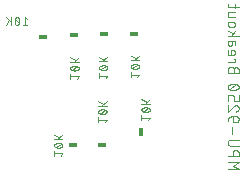
<source format=gbo>
G04 EAGLE Gerber X2 export*
G75*
%MOMM*%
%FSLAX34Y34*%
%LPD*%
%AMOC8*
5,1,8,0,0,1.08239X$1,22.5*%
G01*
%ADD10C,0.076200*%
%ADD11R,0.762000X0.381000*%
%ADD12C,0.050800*%
%ADD13R,0.381000X0.762000*%


D10*
X270383Y32940D02*
X279781Y32940D01*
X274560Y36072D01*
X279781Y39205D01*
X270383Y39205D01*
X270383Y43956D02*
X279781Y43956D01*
X279781Y46567D01*
X279779Y46668D01*
X279773Y46769D01*
X279763Y46870D01*
X279750Y46970D01*
X279732Y47070D01*
X279711Y47169D01*
X279685Y47267D01*
X279656Y47364D01*
X279624Y47460D01*
X279587Y47554D01*
X279547Y47647D01*
X279503Y47739D01*
X279456Y47828D01*
X279405Y47916D01*
X279351Y48002D01*
X279294Y48085D01*
X279234Y48167D01*
X279170Y48245D01*
X279104Y48322D01*
X279034Y48395D01*
X278962Y48466D01*
X278887Y48534D01*
X278809Y48599D01*
X278729Y48661D01*
X278647Y48720D01*
X278562Y48776D01*
X278476Y48828D01*
X278387Y48877D01*
X278296Y48923D01*
X278204Y48964D01*
X278110Y49003D01*
X278015Y49037D01*
X277919Y49068D01*
X277821Y49095D01*
X277723Y49119D01*
X277623Y49138D01*
X277523Y49154D01*
X277423Y49166D01*
X277322Y49174D01*
X277221Y49178D01*
X277119Y49178D01*
X277018Y49174D01*
X276917Y49166D01*
X276817Y49154D01*
X276717Y49138D01*
X276617Y49119D01*
X276519Y49095D01*
X276421Y49068D01*
X276325Y49037D01*
X276230Y49003D01*
X276136Y48964D01*
X276044Y48923D01*
X275953Y48877D01*
X275865Y48828D01*
X275778Y48776D01*
X275693Y48720D01*
X275611Y48661D01*
X275531Y48599D01*
X275453Y48534D01*
X275378Y48466D01*
X275306Y48395D01*
X275236Y48322D01*
X275170Y48245D01*
X275106Y48167D01*
X275046Y48085D01*
X274989Y48002D01*
X274935Y47916D01*
X274884Y47828D01*
X274837Y47739D01*
X274793Y47647D01*
X274753Y47554D01*
X274716Y47460D01*
X274684Y47364D01*
X274655Y47267D01*
X274629Y47169D01*
X274608Y47070D01*
X274590Y46970D01*
X274577Y46870D01*
X274567Y46769D01*
X274561Y46668D01*
X274559Y46567D01*
X274560Y46567D02*
X274560Y43956D01*
X272994Y52969D02*
X279781Y52969D01*
X272994Y52969D02*
X272893Y52971D01*
X272792Y52977D01*
X272691Y52987D01*
X272591Y53000D01*
X272491Y53018D01*
X272392Y53039D01*
X272294Y53065D01*
X272197Y53094D01*
X272101Y53126D01*
X272007Y53163D01*
X271914Y53203D01*
X271822Y53247D01*
X271733Y53294D01*
X271645Y53345D01*
X271559Y53399D01*
X271476Y53456D01*
X271394Y53516D01*
X271316Y53580D01*
X271239Y53646D01*
X271166Y53716D01*
X271095Y53788D01*
X271027Y53863D01*
X270962Y53941D01*
X270900Y54021D01*
X270841Y54103D01*
X270785Y54188D01*
X270733Y54275D01*
X270684Y54363D01*
X270638Y54454D01*
X270597Y54546D01*
X270558Y54640D01*
X270524Y54735D01*
X270493Y54831D01*
X270466Y54929D01*
X270442Y55027D01*
X270423Y55127D01*
X270407Y55227D01*
X270395Y55327D01*
X270387Y55428D01*
X270383Y55529D01*
X270383Y55631D01*
X270387Y55732D01*
X270395Y55833D01*
X270407Y55933D01*
X270423Y56033D01*
X270442Y56133D01*
X270466Y56231D01*
X270493Y56329D01*
X270524Y56425D01*
X270558Y56520D01*
X270597Y56614D01*
X270638Y56706D01*
X270684Y56797D01*
X270733Y56886D01*
X270785Y56972D01*
X270841Y57057D01*
X270900Y57139D01*
X270962Y57219D01*
X271027Y57297D01*
X271095Y57372D01*
X271166Y57444D01*
X271239Y57514D01*
X271316Y57580D01*
X271394Y57644D01*
X271476Y57704D01*
X271559Y57761D01*
X271645Y57815D01*
X271733Y57866D01*
X271822Y57913D01*
X271914Y57957D01*
X272007Y57997D01*
X272101Y58034D01*
X272197Y58066D01*
X272294Y58095D01*
X272392Y58121D01*
X272491Y58142D01*
X272591Y58160D01*
X272691Y58173D01*
X272792Y58183D01*
X272893Y58189D01*
X272994Y58191D01*
X272994Y58190D02*
X279781Y58190D01*
X274038Y62505D02*
X274038Y68771D01*
X274560Y74869D02*
X274560Y78002D01*
X274560Y74869D02*
X274562Y74780D01*
X274568Y74692D01*
X274577Y74604D01*
X274590Y74516D01*
X274607Y74429D01*
X274627Y74343D01*
X274652Y74258D01*
X274679Y74173D01*
X274711Y74090D01*
X274745Y74009D01*
X274784Y73929D01*
X274825Y73851D01*
X274870Y73774D01*
X274918Y73700D01*
X274969Y73627D01*
X275023Y73557D01*
X275081Y73490D01*
X275141Y73424D01*
X275203Y73362D01*
X275269Y73302D01*
X275336Y73244D01*
X275406Y73190D01*
X275479Y73139D01*
X275553Y73091D01*
X275630Y73046D01*
X275708Y73005D01*
X275788Y72966D01*
X275869Y72932D01*
X275952Y72900D01*
X276037Y72873D01*
X276122Y72848D01*
X276208Y72828D01*
X276295Y72811D01*
X276383Y72798D01*
X276471Y72789D01*
X276559Y72783D01*
X276648Y72781D01*
X277170Y72781D01*
X277271Y72783D01*
X277372Y72789D01*
X277473Y72799D01*
X277573Y72812D01*
X277673Y72830D01*
X277772Y72851D01*
X277870Y72877D01*
X277967Y72906D01*
X278063Y72938D01*
X278157Y72975D01*
X278250Y73015D01*
X278342Y73059D01*
X278431Y73106D01*
X278519Y73157D01*
X278605Y73211D01*
X278688Y73268D01*
X278770Y73328D01*
X278848Y73392D01*
X278925Y73458D01*
X278998Y73528D01*
X279069Y73600D01*
X279137Y73675D01*
X279202Y73753D01*
X279264Y73833D01*
X279323Y73915D01*
X279379Y74000D01*
X279431Y74086D01*
X279480Y74175D01*
X279526Y74266D01*
X279567Y74358D01*
X279606Y74452D01*
X279640Y74547D01*
X279671Y74643D01*
X279698Y74741D01*
X279722Y74839D01*
X279741Y74939D01*
X279757Y75039D01*
X279769Y75139D01*
X279777Y75240D01*
X279781Y75341D01*
X279781Y75443D01*
X279777Y75544D01*
X279769Y75645D01*
X279757Y75745D01*
X279741Y75845D01*
X279722Y75945D01*
X279698Y76043D01*
X279671Y76141D01*
X279640Y76237D01*
X279606Y76332D01*
X279567Y76426D01*
X279526Y76518D01*
X279480Y76609D01*
X279431Y76697D01*
X279379Y76784D01*
X279323Y76869D01*
X279264Y76951D01*
X279202Y77031D01*
X279137Y77109D01*
X279069Y77184D01*
X278998Y77256D01*
X278925Y77326D01*
X278848Y77392D01*
X278770Y77456D01*
X278688Y77516D01*
X278605Y77573D01*
X278519Y77627D01*
X278431Y77678D01*
X278342Y77725D01*
X278250Y77769D01*
X278157Y77809D01*
X278063Y77846D01*
X277967Y77878D01*
X277870Y77907D01*
X277772Y77933D01*
X277673Y77954D01*
X277573Y77972D01*
X277473Y77985D01*
X277372Y77995D01*
X277271Y78001D01*
X277170Y78003D01*
X277170Y78002D02*
X274560Y78002D01*
X274434Y78000D01*
X274308Y77994D01*
X274182Y77985D01*
X274057Y77972D01*
X273932Y77954D01*
X273807Y77934D01*
X273683Y77909D01*
X273560Y77881D01*
X273438Y77849D01*
X273317Y77813D01*
X273197Y77774D01*
X273079Y77731D01*
X272962Y77684D01*
X272846Y77634D01*
X272731Y77580D01*
X272619Y77524D01*
X272508Y77463D01*
X272399Y77400D01*
X272292Y77333D01*
X272187Y77263D01*
X272084Y77189D01*
X271984Y77113D01*
X271886Y77034D01*
X271790Y76952D01*
X271697Y76866D01*
X271606Y76779D01*
X271519Y76688D01*
X271433Y76595D01*
X271351Y76499D01*
X271272Y76401D01*
X271196Y76301D01*
X271122Y76198D01*
X271052Y76093D01*
X270985Y75986D01*
X270922Y75877D01*
X270861Y75766D01*
X270805Y75654D01*
X270751Y75539D01*
X270701Y75423D01*
X270654Y75306D01*
X270611Y75188D01*
X270572Y75068D01*
X270536Y74947D01*
X270504Y74825D01*
X270476Y74702D01*
X270451Y74578D01*
X270431Y74453D01*
X270413Y74328D01*
X270400Y74203D01*
X270391Y74077D01*
X270385Y73951D01*
X270383Y73825D01*
X279782Y84797D02*
X279780Y84892D01*
X279774Y84986D01*
X279765Y85080D01*
X279752Y85174D01*
X279735Y85267D01*
X279714Y85359D01*
X279689Y85451D01*
X279661Y85541D01*
X279629Y85630D01*
X279594Y85718D01*
X279555Y85804D01*
X279513Y85889D01*
X279467Y85972D01*
X279418Y86053D01*
X279366Y86132D01*
X279311Y86209D01*
X279252Y86283D01*
X279191Y86355D01*
X279127Y86425D01*
X279060Y86492D01*
X278990Y86556D01*
X278918Y86617D01*
X278844Y86676D01*
X278767Y86731D01*
X278688Y86783D01*
X278607Y86832D01*
X278524Y86878D01*
X278439Y86920D01*
X278353Y86959D01*
X278265Y86994D01*
X278176Y87026D01*
X278086Y87054D01*
X277994Y87079D01*
X277902Y87100D01*
X277809Y87117D01*
X277715Y87130D01*
X277621Y87139D01*
X277527Y87145D01*
X277432Y87147D01*
X279781Y84797D02*
X279779Y84689D01*
X279773Y84580D01*
X279763Y84472D01*
X279750Y84365D01*
X279732Y84258D01*
X279711Y84151D01*
X279686Y84046D01*
X279657Y83941D01*
X279625Y83838D01*
X279588Y83736D01*
X279548Y83635D01*
X279505Y83536D01*
X279458Y83438D01*
X279407Y83342D01*
X279353Y83248D01*
X279296Y83156D01*
X279235Y83066D01*
X279171Y82978D01*
X279105Y82893D01*
X279035Y82810D01*
X278962Y82730D01*
X278886Y82652D01*
X278808Y82577D01*
X278727Y82505D01*
X278643Y82436D01*
X278557Y82370D01*
X278469Y82307D01*
X278378Y82248D01*
X278286Y82191D01*
X278191Y82138D01*
X278095Y82089D01*
X277996Y82043D01*
X277897Y82000D01*
X277795Y81961D01*
X277693Y81926D01*
X275604Y86363D02*
X275673Y86432D01*
X275744Y86498D01*
X275817Y86562D01*
X275893Y86623D01*
X275972Y86681D01*
X276052Y86735D01*
X276135Y86787D01*
X276219Y86835D01*
X276305Y86881D01*
X276393Y86922D01*
X276483Y86961D01*
X276574Y86996D01*
X276666Y87027D01*
X276759Y87055D01*
X276853Y87079D01*
X276948Y87099D01*
X277044Y87116D01*
X277141Y87129D01*
X277238Y87138D01*
X277335Y87144D01*
X277432Y87146D01*
X275604Y86363D02*
X270383Y81925D01*
X270383Y87146D01*
X270383Y91069D02*
X270383Y94202D01*
X270385Y94291D01*
X270391Y94379D01*
X270400Y94467D01*
X270413Y94555D01*
X270430Y94642D01*
X270450Y94728D01*
X270475Y94813D01*
X270502Y94898D01*
X270534Y94981D01*
X270568Y95062D01*
X270607Y95142D01*
X270648Y95220D01*
X270693Y95297D01*
X270741Y95371D01*
X270792Y95444D01*
X270846Y95514D01*
X270904Y95581D01*
X270964Y95647D01*
X271026Y95709D01*
X271092Y95769D01*
X271159Y95827D01*
X271229Y95881D01*
X271302Y95932D01*
X271376Y95980D01*
X271453Y96025D01*
X271531Y96066D01*
X271611Y96105D01*
X271692Y96139D01*
X271775Y96171D01*
X271860Y96198D01*
X271945Y96223D01*
X272031Y96243D01*
X272118Y96260D01*
X272206Y96273D01*
X272294Y96282D01*
X272382Y96288D01*
X272471Y96290D01*
X273516Y96290D01*
X273605Y96288D01*
X273693Y96282D01*
X273781Y96273D01*
X273869Y96260D01*
X273956Y96243D01*
X274042Y96223D01*
X274127Y96198D01*
X274212Y96171D01*
X274295Y96139D01*
X274376Y96105D01*
X274456Y96066D01*
X274534Y96025D01*
X274611Y95980D01*
X274685Y95932D01*
X274758Y95881D01*
X274828Y95827D01*
X274895Y95769D01*
X274961Y95709D01*
X275023Y95647D01*
X275083Y95581D01*
X275141Y95514D01*
X275195Y95444D01*
X275246Y95371D01*
X275294Y95297D01*
X275339Y95220D01*
X275380Y95142D01*
X275419Y95062D01*
X275453Y94981D01*
X275485Y94898D01*
X275512Y94813D01*
X275537Y94728D01*
X275557Y94642D01*
X275574Y94555D01*
X275587Y94467D01*
X275596Y94379D01*
X275602Y94291D01*
X275604Y94202D01*
X275604Y91069D01*
X279781Y91069D01*
X279781Y96290D01*
X278476Y100996D02*
X278309Y100917D01*
X278140Y100842D01*
X277969Y100771D01*
X277797Y100704D01*
X277623Y100642D01*
X277447Y100583D01*
X277271Y100529D01*
X277093Y100479D01*
X276913Y100433D01*
X276733Y100391D01*
X276552Y100354D01*
X276370Y100321D01*
X276188Y100292D01*
X276004Y100268D01*
X275820Y100248D01*
X275636Y100233D01*
X275452Y100222D01*
X275267Y100215D01*
X275082Y100213D01*
X278476Y100995D02*
X278556Y101025D01*
X278635Y101058D01*
X278712Y101095D01*
X278788Y101135D01*
X278862Y101178D01*
X278934Y101224D01*
X279003Y101274D01*
X279071Y101326D01*
X279136Y101382D01*
X279199Y101440D01*
X279258Y101502D01*
X279316Y101565D01*
X279370Y101632D01*
X279421Y101700D01*
X279469Y101771D01*
X279514Y101844D01*
X279556Y101918D01*
X279594Y101995D01*
X279629Y102073D01*
X279661Y102152D01*
X279689Y102233D01*
X279713Y102315D01*
X279734Y102399D01*
X279751Y102482D01*
X279764Y102567D01*
X279773Y102652D01*
X279779Y102737D01*
X279781Y102823D01*
X279779Y102909D01*
X279773Y102994D01*
X279764Y103079D01*
X279751Y103164D01*
X279734Y103247D01*
X279713Y103331D01*
X279689Y103413D01*
X279661Y103494D01*
X279629Y103573D01*
X279594Y103651D01*
X279556Y103728D01*
X279514Y103802D01*
X279469Y103875D01*
X279421Y103946D01*
X279370Y104014D01*
X279316Y104081D01*
X279258Y104144D01*
X279199Y104206D01*
X279136Y104264D01*
X279071Y104320D01*
X279003Y104372D01*
X278934Y104422D01*
X278862Y104468D01*
X278788Y104511D01*
X278712Y104551D01*
X278635Y104588D01*
X278556Y104621D01*
X278476Y104651D01*
X278309Y104730D01*
X278140Y104805D01*
X277969Y104876D01*
X277797Y104943D01*
X277623Y105005D01*
X277447Y105064D01*
X277271Y105118D01*
X277093Y105168D01*
X276913Y105214D01*
X276733Y105256D01*
X276552Y105293D01*
X276370Y105326D01*
X276188Y105355D01*
X276004Y105379D01*
X275820Y105399D01*
X275636Y105414D01*
X275452Y105425D01*
X275267Y105432D01*
X275082Y105434D01*
X275082Y100213D02*
X274897Y100215D01*
X274712Y100222D01*
X274528Y100233D01*
X274344Y100248D01*
X274160Y100268D01*
X273976Y100292D01*
X273794Y100321D01*
X273612Y100354D01*
X273431Y100391D01*
X273251Y100433D01*
X273071Y100479D01*
X272893Y100529D01*
X272717Y100583D01*
X272541Y100642D01*
X272367Y100704D01*
X272195Y100771D01*
X272024Y100842D01*
X271855Y100917D01*
X271688Y100996D01*
X271688Y100995D02*
X271608Y101025D01*
X271529Y101058D01*
X271452Y101095D01*
X271376Y101135D01*
X271302Y101178D01*
X271230Y101224D01*
X271161Y101274D01*
X271093Y101327D01*
X271028Y101382D01*
X270965Y101441D01*
X270906Y101502D01*
X270848Y101565D01*
X270794Y101632D01*
X270743Y101700D01*
X270695Y101771D01*
X270650Y101844D01*
X270608Y101918D01*
X270570Y101995D01*
X270535Y102073D01*
X270503Y102152D01*
X270475Y102233D01*
X270451Y102315D01*
X270430Y102399D01*
X270413Y102482D01*
X270400Y102567D01*
X270391Y102652D01*
X270385Y102737D01*
X270383Y102823D01*
X271688Y104651D02*
X271855Y104730D01*
X272024Y104805D01*
X272195Y104876D01*
X272367Y104943D01*
X272541Y105005D01*
X272717Y105064D01*
X272893Y105118D01*
X273071Y105168D01*
X273251Y105214D01*
X273431Y105256D01*
X273612Y105293D01*
X273794Y105326D01*
X273976Y105355D01*
X274160Y105379D01*
X274344Y105399D01*
X274528Y105414D01*
X274712Y105425D01*
X274897Y105432D01*
X275082Y105434D01*
X271688Y104651D02*
X271608Y104621D01*
X271529Y104588D01*
X271452Y104551D01*
X271376Y104511D01*
X271302Y104468D01*
X271230Y104422D01*
X271161Y104372D01*
X271093Y104320D01*
X271028Y104264D01*
X270965Y104206D01*
X270906Y104144D01*
X270848Y104081D01*
X270794Y104014D01*
X270743Y103946D01*
X270695Y103875D01*
X270650Y103802D01*
X270608Y103728D01*
X270570Y103651D01*
X270535Y103573D01*
X270503Y103494D01*
X270475Y103413D01*
X270451Y103331D01*
X270430Y103247D01*
X270413Y103164D01*
X270400Y103079D01*
X270391Y102994D01*
X270385Y102909D01*
X270383Y102823D01*
X272471Y100735D02*
X277693Y104912D01*
X275604Y114670D02*
X275604Y117280D01*
X275605Y117280D02*
X275603Y117381D01*
X275597Y117482D01*
X275587Y117583D01*
X275574Y117683D01*
X275556Y117783D01*
X275535Y117882D01*
X275509Y117980D01*
X275480Y118077D01*
X275448Y118173D01*
X275411Y118267D01*
X275371Y118360D01*
X275327Y118452D01*
X275280Y118541D01*
X275229Y118629D01*
X275175Y118715D01*
X275118Y118798D01*
X275058Y118880D01*
X274994Y118958D01*
X274928Y119035D01*
X274858Y119108D01*
X274786Y119179D01*
X274711Y119247D01*
X274633Y119312D01*
X274553Y119374D01*
X274471Y119433D01*
X274386Y119489D01*
X274300Y119541D01*
X274211Y119590D01*
X274120Y119636D01*
X274028Y119677D01*
X273934Y119716D01*
X273839Y119750D01*
X273743Y119781D01*
X273645Y119808D01*
X273547Y119832D01*
X273447Y119851D01*
X273347Y119867D01*
X273247Y119879D01*
X273146Y119887D01*
X273045Y119891D01*
X272943Y119891D01*
X272842Y119887D01*
X272741Y119879D01*
X272641Y119867D01*
X272541Y119851D01*
X272441Y119832D01*
X272343Y119808D01*
X272245Y119781D01*
X272149Y119750D01*
X272054Y119716D01*
X271960Y119677D01*
X271868Y119636D01*
X271777Y119590D01*
X271689Y119541D01*
X271602Y119489D01*
X271517Y119433D01*
X271435Y119374D01*
X271355Y119312D01*
X271277Y119247D01*
X271202Y119179D01*
X271130Y119108D01*
X271060Y119035D01*
X270994Y118958D01*
X270930Y118880D01*
X270870Y118798D01*
X270813Y118715D01*
X270759Y118629D01*
X270708Y118541D01*
X270661Y118452D01*
X270617Y118360D01*
X270577Y118267D01*
X270540Y118173D01*
X270508Y118077D01*
X270479Y117980D01*
X270453Y117882D01*
X270432Y117783D01*
X270414Y117683D01*
X270401Y117583D01*
X270391Y117482D01*
X270385Y117381D01*
X270383Y117280D01*
X270383Y114670D01*
X279781Y114670D01*
X279781Y117280D01*
X279779Y117370D01*
X279773Y117459D01*
X279764Y117549D01*
X279750Y117638D01*
X279733Y117726D01*
X279712Y117813D01*
X279687Y117900D01*
X279658Y117985D01*
X279626Y118069D01*
X279591Y118151D01*
X279551Y118232D01*
X279509Y118311D01*
X279463Y118388D01*
X279413Y118463D01*
X279361Y118536D01*
X279305Y118607D01*
X279247Y118675D01*
X279185Y118740D01*
X279121Y118803D01*
X279054Y118863D01*
X278985Y118920D01*
X278913Y118974D01*
X278839Y119025D01*
X278763Y119073D01*
X278685Y119117D01*
X278605Y119158D01*
X278523Y119196D01*
X278440Y119230D01*
X278355Y119260D01*
X278269Y119287D01*
X278183Y119310D01*
X278095Y119329D01*
X278006Y119344D01*
X277917Y119356D01*
X277828Y119364D01*
X277738Y119368D01*
X277648Y119368D01*
X277558Y119364D01*
X277469Y119356D01*
X277380Y119344D01*
X277291Y119329D01*
X277203Y119310D01*
X277117Y119287D01*
X277031Y119260D01*
X276946Y119230D01*
X276863Y119196D01*
X276781Y119158D01*
X276701Y119117D01*
X276623Y119073D01*
X276547Y119025D01*
X276473Y118974D01*
X276401Y118920D01*
X276332Y118863D01*
X276265Y118803D01*
X276201Y118740D01*
X276139Y118675D01*
X276081Y118607D01*
X276025Y118536D01*
X275973Y118463D01*
X275923Y118388D01*
X275877Y118311D01*
X275835Y118232D01*
X275795Y118151D01*
X275760Y118069D01*
X275728Y117985D01*
X275699Y117900D01*
X275674Y117813D01*
X275653Y117726D01*
X275636Y117638D01*
X275622Y117549D01*
X275613Y117459D01*
X275607Y117370D01*
X275605Y117280D01*
X276648Y123646D02*
X270383Y123646D01*
X276648Y123646D02*
X276648Y126779D01*
X275604Y126779D01*
X270383Y131257D02*
X270383Y133868D01*
X270383Y131257D02*
X270385Y131180D01*
X270391Y131104D01*
X270400Y131027D01*
X270413Y130951D01*
X270430Y130876D01*
X270450Y130802D01*
X270475Y130729D01*
X270502Y130658D01*
X270533Y130587D01*
X270568Y130519D01*
X270606Y130452D01*
X270647Y130387D01*
X270691Y130324D01*
X270738Y130264D01*
X270789Y130205D01*
X270842Y130150D01*
X270897Y130097D01*
X270956Y130046D01*
X271016Y129999D01*
X271079Y129955D01*
X271144Y129914D01*
X271211Y129876D01*
X271279Y129841D01*
X271350Y129810D01*
X271421Y129783D01*
X271494Y129758D01*
X271568Y129738D01*
X271643Y129721D01*
X271719Y129708D01*
X271796Y129699D01*
X271872Y129693D01*
X271949Y129691D01*
X274560Y129691D01*
X274650Y129693D01*
X274739Y129699D01*
X274829Y129708D01*
X274918Y129722D01*
X275006Y129739D01*
X275093Y129760D01*
X275180Y129785D01*
X275265Y129814D01*
X275349Y129846D01*
X275431Y129881D01*
X275512Y129921D01*
X275591Y129963D01*
X275668Y130009D01*
X275743Y130059D01*
X275816Y130111D01*
X275887Y130167D01*
X275955Y130225D01*
X276020Y130287D01*
X276083Y130351D01*
X276143Y130418D01*
X276200Y130487D01*
X276254Y130559D01*
X276305Y130633D01*
X276353Y130709D01*
X276397Y130787D01*
X276438Y130867D01*
X276476Y130949D01*
X276510Y131032D01*
X276540Y131117D01*
X276567Y131203D01*
X276590Y131289D01*
X276609Y131377D01*
X276624Y131466D01*
X276636Y131555D01*
X276644Y131644D01*
X276648Y131734D01*
X276648Y131824D01*
X276644Y131914D01*
X276636Y132003D01*
X276624Y132092D01*
X276609Y132181D01*
X276590Y132269D01*
X276567Y132355D01*
X276540Y132441D01*
X276510Y132526D01*
X276476Y132609D01*
X276438Y132691D01*
X276397Y132771D01*
X276353Y132849D01*
X276305Y132925D01*
X276254Y132999D01*
X276200Y133071D01*
X276143Y133140D01*
X276083Y133207D01*
X276020Y133271D01*
X275955Y133333D01*
X275887Y133391D01*
X275816Y133447D01*
X275743Y133499D01*
X275668Y133549D01*
X275591Y133595D01*
X275512Y133637D01*
X275431Y133677D01*
X275349Y133712D01*
X275265Y133744D01*
X275180Y133773D01*
X275093Y133798D01*
X275006Y133819D01*
X274918Y133836D01*
X274829Y133850D01*
X274739Y133859D01*
X274650Y133865D01*
X274560Y133867D01*
X274560Y133868D02*
X273516Y133868D01*
X273516Y129691D01*
X274038Y139397D02*
X274038Y141747D01*
X274037Y139397D02*
X274035Y139313D01*
X274029Y139228D01*
X274019Y139145D01*
X274006Y139061D01*
X273988Y138979D01*
X273967Y138897D01*
X273942Y138816D01*
X273914Y138737D01*
X273881Y138659D01*
X273845Y138583D01*
X273806Y138508D01*
X273763Y138435D01*
X273717Y138364D01*
X273668Y138296D01*
X273616Y138230D01*
X273560Y138166D01*
X273502Y138105D01*
X273441Y138047D01*
X273377Y137991D01*
X273311Y137939D01*
X273243Y137890D01*
X273172Y137844D01*
X273099Y137801D01*
X273024Y137762D01*
X272948Y137726D01*
X272870Y137693D01*
X272791Y137665D01*
X272710Y137640D01*
X272628Y137619D01*
X272546Y137601D01*
X272462Y137588D01*
X272379Y137578D01*
X272294Y137572D01*
X272210Y137570D01*
X272126Y137572D01*
X272041Y137578D01*
X271958Y137588D01*
X271874Y137601D01*
X271792Y137619D01*
X271710Y137640D01*
X271629Y137665D01*
X271550Y137693D01*
X271472Y137726D01*
X271396Y137762D01*
X271321Y137801D01*
X271248Y137844D01*
X271177Y137890D01*
X271109Y137939D01*
X271043Y137991D01*
X270979Y138047D01*
X270918Y138105D01*
X270860Y138166D01*
X270804Y138230D01*
X270752Y138296D01*
X270703Y138364D01*
X270657Y138435D01*
X270614Y138508D01*
X270575Y138583D01*
X270539Y138659D01*
X270506Y138737D01*
X270478Y138816D01*
X270453Y138897D01*
X270432Y138979D01*
X270414Y139061D01*
X270401Y139145D01*
X270391Y139228D01*
X270385Y139313D01*
X270383Y139397D01*
X270383Y141747D01*
X275082Y141747D01*
X275159Y141745D01*
X275235Y141739D01*
X275312Y141730D01*
X275388Y141717D01*
X275463Y141700D01*
X275537Y141680D01*
X275610Y141655D01*
X275681Y141628D01*
X275752Y141597D01*
X275820Y141562D01*
X275887Y141524D01*
X275952Y141483D01*
X276015Y141439D01*
X276075Y141392D01*
X276134Y141341D01*
X276189Y141288D01*
X276242Y141233D01*
X276293Y141174D01*
X276340Y141114D01*
X276384Y141051D01*
X276425Y140986D01*
X276463Y140919D01*
X276498Y140851D01*
X276529Y140780D01*
X276556Y140709D01*
X276581Y140636D01*
X276601Y140562D01*
X276618Y140487D01*
X276631Y140411D01*
X276640Y140334D01*
X276646Y140258D01*
X276648Y140181D01*
X276648Y138092D01*
X279781Y146255D02*
X270383Y146255D01*
X273516Y146255D02*
X276648Y150432D01*
X274821Y148082D02*
X270383Y150432D01*
X272471Y153770D02*
X274560Y153770D01*
X274650Y153772D01*
X274739Y153778D01*
X274829Y153787D01*
X274918Y153801D01*
X275006Y153818D01*
X275093Y153839D01*
X275180Y153864D01*
X275265Y153893D01*
X275349Y153925D01*
X275431Y153960D01*
X275512Y154000D01*
X275591Y154042D01*
X275668Y154088D01*
X275743Y154138D01*
X275816Y154190D01*
X275887Y154246D01*
X275955Y154304D01*
X276020Y154366D01*
X276083Y154430D01*
X276143Y154497D01*
X276200Y154566D01*
X276254Y154638D01*
X276305Y154712D01*
X276353Y154788D01*
X276397Y154866D01*
X276438Y154946D01*
X276476Y155028D01*
X276510Y155111D01*
X276540Y155196D01*
X276567Y155282D01*
X276590Y155368D01*
X276609Y155456D01*
X276624Y155545D01*
X276636Y155634D01*
X276644Y155723D01*
X276648Y155813D01*
X276648Y155903D01*
X276644Y155993D01*
X276636Y156082D01*
X276624Y156171D01*
X276609Y156260D01*
X276590Y156348D01*
X276567Y156434D01*
X276540Y156520D01*
X276510Y156605D01*
X276476Y156688D01*
X276438Y156770D01*
X276397Y156850D01*
X276353Y156928D01*
X276305Y157004D01*
X276254Y157078D01*
X276200Y157150D01*
X276143Y157219D01*
X276083Y157286D01*
X276020Y157350D01*
X275955Y157412D01*
X275887Y157470D01*
X275816Y157526D01*
X275743Y157578D01*
X275668Y157628D01*
X275591Y157674D01*
X275512Y157716D01*
X275431Y157756D01*
X275349Y157791D01*
X275265Y157823D01*
X275180Y157852D01*
X275093Y157877D01*
X275006Y157898D01*
X274918Y157915D01*
X274829Y157929D01*
X274739Y157938D01*
X274650Y157944D01*
X274560Y157946D01*
X274560Y157947D02*
X272471Y157947D01*
X272471Y157946D02*
X272381Y157944D01*
X272292Y157938D01*
X272202Y157929D01*
X272113Y157915D01*
X272025Y157898D01*
X271938Y157877D01*
X271851Y157852D01*
X271766Y157823D01*
X271682Y157791D01*
X271600Y157756D01*
X271519Y157716D01*
X271440Y157674D01*
X271363Y157628D01*
X271288Y157578D01*
X271215Y157526D01*
X271144Y157470D01*
X271076Y157412D01*
X271011Y157350D01*
X270948Y157286D01*
X270888Y157219D01*
X270831Y157150D01*
X270777Y157078D01*
X270726Y157004D01*
X270678Y156928D01*
X270634Y156850D01*
X270593Y156770D01*
X270555Y156688D01*
X270521Y156605D01*
X270491Y156520D01*
X270464Y156434D01*
X270441Y156348D01*
X270422Y156260D01*
X270407Y156171D01*
X270395Y156082D01*
X270387Y155993D01*
X270383Y155903D01*
X270383Y155813D01*
X270387Y155723D01*
X270395Y155634D01*
X270407Y155545D01*
X270422Y155456D01*
X270441Y155368D01*
X270464Y155282D01*
X270491Y155196D01*
X270521Y155111D01*
X270555Y155028D01*
X270593Y154946D01*
X270634Y154866D01*
X270678Y154788D01*
X270726Y154712D01*
X270777Y154638D01*
X270831Y154566D01*
X270888Y154497D01*
X270948Y154430D01*
X271011Y154366D01*
X271076Y154304D01*
X271144Y154246D01*
X271215Y154190D01*
X271288Y154138D01*
X271363Y154088D01*
X271440Y154042D01*
X271519Y154000D01*
X271600Y153960D01*
X271682Y153925D01*
X271766Y153893D01*
X271851Y153864D01*
X271938Y153839D01*
X272025Y153818D01*
X272113Y153801D01*
X272202Y153787D01*
X272292Y153778D01*
X272381Y153772D01*
X272471Y153770D01*
X271949Y161999D02*
X276648Y161999D01*
X271949Y162000D02*
X271872Y162002D01*
X271796Y162008D01*
X271719Y162017D01*
X271643Y162030D01*
X271568Y162047D01*
X271494Y162067D01*
X271421Y162092D01*
X271350Y162119D01*
X271279Y162150D01*
X271211Y162185D01*
X271144Y162223D01*
X271079Y162264D01*
X271016Y162308D01*
X270956Y162355D01*
X270897Y162406D01*
X270842Y162459D01*
X270789Y162514D01*
X270738Y162573D01*
X270691Y162633D01*
X270647Y162696D01*
X270606Y162761D01*
X270568Y162828D01*
X270533Y162896D01*
X270502Y162967D01*
X270475Y163038D01*
X270450Y163111D01*
X270430Y163185D01*
X270413Y163260D01*
X270400Y163336D01*
X270391Y163413D01*
X270385Y163489D01*
X270383Y163566D01*
X270383Y166176D01*
X276648Y166176D01*
X276648Y169460D02*
X276648Y172593D01*
X279781Y170505D02*
X271949Y170505D01*
X271872Y170507D01*
X271796Y170513D01*
X271719Y170522D01*
X271643Y170535D01*
X271568Y170552D01*
X271494Y170572D01*
X271421Y170597D01*
X271350Y170624D01*
X271279Y170655D01*
X271211Y170690D01*
X271144Y170728D01*
X271079Y170769D01*
X271016Y170813D01*
X270956Y170860D01*
X270897Y170911D01*
X270842Y170964D01*
X270789Y171019D01*
X270738Y171078D01*
X270691Y171138D01*
X270647Y171201D01*
X270606Y171266D01*
X270568Y171333D01*
X270533Y171401D01*
X270502Y171472D01*
X270475Y171543D01*
X270450Y171616D01*
X270430Y171690D01*
X270413Y171765D01*
X270400Y171841D01*
X270391Y171918D01*
X270385Y171994D01*
X270383Y172071D01*
X270383Y172593D01*
D11*
X140716Y146558D03*
D12*
X144272Y111749D02*
X142692Y109773D01*
X144272Y111749D02*
X137160Y111749D01*
X137160Y113724D02*
X137160Y109773D01*
X140716Y116631D02*
X140864Y116633D01*
X141011Y116638D01*
X141159Y116648D01*
X141306Y116661D01*
X141453Y116677D01*
X141599Y116698D01*
X141745Y116722D01*
X141890Y116750D01*
X142034Y116781D01*
X142177Y116816D01*
X142320Y116855D01*
X142461Y116897D01*
X142602Y116943D01*
X142741Y116992D01*
X142879Y117045D01*
X143016Y117101D01*
X143151Y117161D01*
X143284Y117224D01*
X143355Y117250D01*
X143424Y117280D01*
X143492Y117314D01*
X143558Y117351D01*
X143622Y117391D01*
X143684Y117435D01*
X143743Y117481D01*
X143800Y117531D01*
X143854Y117584D01*
X143906Y117639D01*
X143954Y117697D01*
X144000Y117757D01*
X144042Y117820D01*
X144081Y117885D01*
X144117Y117951D01*
X144149Y118020D01*
X144177Y118089D01*
X144202Y118161D01*
X144223Y118233D01*
X144241Y118307D01*
X144254Y118381D01*
X144264Y118456D01*
X144270Y118531D01*
X144272Y118607D01*
X144270Y118683D01*
X144264Y118758D01*
X144254Y118833D01*
X144241Y118907D01*
X144223Y118981D01*
X144202Y119053D01*
X144177Y119124D01*
X144149Y119194D01*
X144117Y119263D01*
X144081Y119329D01*
X144042Y119394D01*
X144000Y119457D01*
X143954Y119517D01*
X143906Y119575D01*
X143854Y119630D01*
X143800Y119683D01*
X143743Y119733D01*
X143684Y119779D01*
X143622Y119823D01*
X143558Y119863D01*
X143492Y119900D01*
X143424Y119934D01*
X143355Y119964D01*
X143284Y119990D01*
X143284Y119989D02*
X143151Y120052D01*
X143016Y120112D01*
X142879Y120168D01*
X142741Y120221D01*
X142602Y120270D01*
X142461Y120316D01*
X142320Y120358D01*
X142177Y120397D01*
X142034Y120432D01*
X141890Y120463D01*
X141745Y120491D01*
X141599Y120515D01*
X141453Y120536D01*
X141306Y120552D01*
X141159Y120565D01*
X141011Y120575D01*
X140864Y120580D01*
X140716Y120582D01*
X140716Y116631D02*
X140568Y116633D01*
X140421Y116638D01*
X140273Y116648D01*
X140126Y116661D01*
X139979Y116677D01*
X139833Y116698D01*
X139688Y116722D01*
X139542Y116750D01*
X139398Y116781D01*
X139255Y116816D01*
X139112Y116855D01*
X138971Y116897D01*
X138830Y116943D01*
X138691Y116992D01*
X138553Y117045D01*
X138416Y117101D01*
X138281Y117161D01*
X138148Y117224D01*
X138077Y117250D01*
X138008Y117280D01*
X137940Y117314D01*
X137874Y117351D01*
X137810Y117391D01*
X137748Y117435D01*
X137689Y117481D01*
X137632Y117531D01*
X137578Y117584D01*
X137526Y117639D01*
X137478Y117697D01*
X137432Y117757D01*
X137390Y117820D01*
X137351Y117885D01*
X137315Y117951D01*
X137283Y118020D01*
X137255Y118090D01*
X137230Y118161D01*
X137209Y118233D01*
X137191Y118307D01*
X137178Y118381D01*
X137168Y118456D01*
X137162Y118531D01*
X137160Y118607D01*
X138148Y119989D02*
X138281Y120052D01*
X138416Y120112D01*
X138553Y120168D01*
X138691Y120221D01*
X138830Y120270D01*
X138971Y120316D01*
X139112Y120358D01*
X139255Y120397D01*
X139398Y120432D01*
X139542Y120463D01*
X139688Y120491D01*
X139833Y120515D01*
X139979Y120536D01*
X140126Y120552D01*
X140273Y120565D01*
X140421Y120575D01*
X140568Y120580D01*
X140716Y120582D01*
X138148Y119990D02*
X138077Y119964D01*
X138008Y119934D01*
X137940Y119900D01*
X137874Y119863D01*
X137810Y119823D01*
X137748Y119779D01*
X137689Y119733D01*
X137632Y119683D01*
X137578Y119630D01*
X137526Y119575D01*
X137478Y119517D01*
X137432Y119457D01*
X137390Y119394D01*
X137351Y119329D01*
X137315Y119263D01*
X137283Y119194D01*
X137255Y119124D01*
X137230Y119053D01*
X137209Y118981D01*
X137191Y118907D01*
X137178Y118833D01*
X137168Y118758D01*
X137162Y118683D01*
X137160Y118607D01*
X138740Y117026D02*
X142692Y120187D01*
X144272Y123811D02*
X137160Y123811D01*
X139926Y123811D02*
X144272Y127762D01*
X141506Y125391D02*
X137160Y127762D01*
D11*
X114046Y145288D03*
D12*
X100838Y160472D02*
X98862Y162052D01*
X98862Y154940D01*
X96887Y154940D02*
X100838Y154940D01*
X93980Y158496D02*
X93978Y158644D01*
X93973Y158791D01*
X93963Y158939D01*
X93950Y159086D01*
X93934Y159233D01*
X93913Y159379D01*
X93889Y159525D01*
X93861Y159670D01*
X93830Y159814D01*
X93795Y159957D01*
X93756Y160100D01*
X93714Y160241D01*
X93668Y160382D01*
X93619Y160521D01*
X93566Y160659D01*
X93510Y160796D01*
X93450Y160931D01*
X93387Y161064D01*
X93388Y161064D02*
X93362Y161135D01*
X93332Y161204D01*
X93298Y161272D01*
X93261Y161338D01*
X93221Y161402D01*
X93177Y161464D01*
X93131Y161523D01*
X93081Y161580D01*
X93028Y161634D01*
X92973Y161686D01*
X92915Y161734D01*
X92855Y161780D01*
X92792Y161822D01*
X92727Y161861D01*
X92661Y161897D01*
X92592Y161929D01*
X92523Y161957D01*
X92451Y161982D01*
X92379Y162003D01*
X92305Y162021D01*
X92231Y162034D01*
X92156Y162044D01*
X92081Y162050D01*
X92005Y162052D01*
X91929Y162050D01*
X91854Y162044D01*
X91779Y162034D01*
X91705Y162021D01*
X91631Y162003D01*
X91559Y161982D01*
X91488Y161957D01*
X91418Y161929D01*
X91349Y161897D01*
X91283Y161861D01*
X91218Y161822D01*
X91155Y161780D01*
X91095Y161734D01*
X91037Y161686D01*
X90982Y161634D01*
X90929Y161580D01*
X90879Y161523D01*
X90833Y161464D01*
X90789Y161402D01*
X90749Y161338D01*
X90712Y161272D01*
X90678Y161204D01*
X90648Y161135D01*
X90622Y161064D01*
X90559Y160931D01*
X90499Y160796D01*
X90443Y160659D01*
X90390Y160521D01*
X90341Y160382D01*
X90295Y160241D01*
X90253Y160100D01*
X90214Y159957D01*
X90179Y159814D01*
X90148Y159670D01*
X90120Y159525D01*
X90096Y159379D01*
X90075Y159233D01*
X90059Y159086D01*
X90046Y158939D01*
X90036Y158791D01*
X90031Y158644D01*
X90029Y158496D01*
X93980Y158496D02*
X93978Y158348D01*
X93973Y158201D01*
X93963Y158053D01*
X93950Y157906D01*
X93934Y157759D01*
X93913Y157613D01*
X93889Y157468D01*
X93861Y157322D01*
X93830Y157178D01*
X93795Y157035D01*
X93756Y156892D01*
X93714Y156751D01*
X93668Y156610D01*
X93619Y156471D01*
X93566Y156333D01*
X93510Y156196D01*
X93450Y156061D01*
X93387Y155928D01*
X93388Y155928D02*
X93362Y155857D01*
X93332Y155788D01*
X93298Y155720D01*
X93261Y155654D01*
X93221Y155590D01*
X93177Y155528D01*
X93131Y155469D01*
X93081Y155412D01*
X93028Y155358D01*
X92973Y155306D01*
X92915Y155258D01*
X92855Y155212D01*
X92792Y155170D01*
X92727Y155131D01*
X92661Y155095D01*
X92592Y155063D01*
X92522Y155035D01*
X92451Y155010D01*
X92379Y154989D01*
X92305Y154971D01*
X92231Y154958D01*
X92156Y154948D01*
X92081Y154942D01*
X92005Y154940D01*
X90622Y155928D02*
X90559Y156061D01*
X90499Y156196D01*
X90443Y156333D01*
X90390Y156471D01*
X90341Y156610D01*
X90295Y156751D01*
X90253Y156892D01*
X90214Y157035D01*
X90179Y157178D01*
X90148Y157322D01*
X90120Y157468D01*
X90096Y157613D01*
X90075Y157759D01*
X90059Y157906D01*
X90046Y158053D01*
X90036Y158201D01*
X90031Y158348D01*
X90029Y158496D01*
X90622Y155928D02*
X90648Y155857D01*
X90678Y155788D01*
X90712Y155720D01*
X90749Y155654D01*
X90789Y155590D01*
X90833Y155528D01*
X90879Y155469D01*
X90929Y155412D01*
X90982Y155358D01*
X91037Y155306D01*
X91095Y155258D01*
X91155Y155212D01*
X91218Y155170D01*
X91283Y155131D01*
X91349Y155095D01*
X91418Y155063D01*
X91488Y155035D01*
X91559Y155010D01*
X91631Y154989D01*
X91705Y154971D01*
X91779Y154958D01*
X91854Y154948D01*
X91929Y154942D01*
X92005Y154940D01*
X93585Y156520D02*
X90424Y160472D01*
X86800Y162052D02*
X86800Y154940D01*
X86800Y157706D02*
X82849Y162052D01*
X85220Y159286D02*
X82849Y154940D01*
D11*
X164084Y53848D03*
D12*
X166314Y72943D02*
X167894Y74919D01*
X160782Y74919D01*
X160782Y76894D02*
X160782Y72943D01*
X164338Y79801D02*
X164486Y79803D01*
X164633Y79808D01*
X164781Y79818D01*
X164928Y79831D01*
X165075Y79847D01*
X165221Y79868D01*
X165367Y79892D01*
X165512Y79920D01*
X165656Y79951D01*
X165799Y79986D01*
X165942Y80025D01*
X166083Y80067D01*
X166224Y80113D01*
X166363Y80162D01*
X166501Y80215D01*
X166638Y80271D01*
X166773Y80331D01*
X166906Y80394D01*
X166977Y80420D01*
X167046Y80450D01*
X167114Y80484D01*
X167180Y80521D01*
X167244Y80561D01*
X167306Y80605D01*
X167365Y80651D01*
X167422Y80701D01*
X167476Y80754D01*
X167528Y80809D01*
X167576Y80867D01*
X167622Y80927D01*
X167664Y80990D01*
X167703Y81055D01*
X167739Y81121D01*
X167771Y81190D01*
X167799Y81259D01*
X167824Y81331D01*
X167845Y81403D01*
X167863Y81477D01*
X167876Y81551D01*
X167886Y81626D01*
X167892Y81701D01*
X167894Y81777D01*
X167892Y81853D01*
X167886Y81928D01*
X167876Y82003D01*
X167863Y82077D01*
X167845Y82151D01*
X167824Y82223D01*
X167799Y82294D01*
X167771Y82364D01*
X167739Y82433D01*
X167703Y82499D01*
X167664Y82564D01*
X167622Y82627D01*
X167576Y82687D01*
X167528Y82745D01*
X167476Y82800D01*
X167422Y82853D01*
X167365Y82903D01*
X167306Y82949D01*
X167244Y82993D01*
X167180Y83033D01*
X167114Y83070D01*
X167046Y83104D01*
X166977Y83134D01*
X166906Y83160D01*
X166906Y83159D02*
X166773Y83222D01*
X166638Y83282D01*
X166501Y83338D01*
X166363Y83391D01*
X166224Y83440D01*
X166083Y83486D01*
X165942Y83528D01*
X165799Y83567D01*
X165656Y83602D01*
X165512Y83633D01*
X165367Y83661D01*
X165221Y83685D01*
X165075Y83706D01*
X164928Y83722D01*
X164781Y83735D01*
X164633Y83745D01*
X164486Y83750D01*
X164338Y83752D01*
X164338Y79801D02*
X164190Y79803D01*
X164043Y79808D01*
X163895Y79818D01*
X163748Y79831D01*
X163601Y79847D01*
X163455Y79868D01*
X163310Y79892D01*
X163164Y79920D01*
X163020Y79951D01*
X162877Y79986D01*
X162734Y80025D01*
X162593Y80067D01*
X162452Y80113D01*
X162313Y80162D01*
X162175Y80215D01*
X162038Y80271D01*
X161903Y80331D01*
X161770Y80394D01*
X161699Y80420D01*
X161630Y80450D01*
X161562Y80484D01*
X161496Y80521D01*
X161432Y80561D01*
X161370Y80605D01*
X161311Y80651D01*
X161254Y80701D01*
X161200Y80754D01*
X161148Y80809D01*
X161100Y80867D01*
X161054Y80927D01*
X161012Y80990D01*
X160973Y81055D01*
X160937Y81121D01*
X160905Y81190D01*
X160877Y81260D01*
X160852Y81331D01*
X160831Y81403D01*
X160813Y81477D01*
X160800Y81551D01*
X160790Y81626D01*
X160784Y81701D01*
X160782Y81777D01*
X161770Y83159D02*
X161903Y83222D01*
X162038Y83282D01*
X162175Y83338D01*
X162313Y83391D01*
X162452Y83440D01*
X162593Y83486D01*
X162734Y83528D01*
X162877Y83567D01*
X163020Y83602D01*
X163164Y83633D01*
X163310Y83661D01*
X163455Y83685D01*
X163601Y83706D01*
X163748Y83722D01*
X163895Y83735D01*
X164043Y83745D01*
X164190Y83750D01*
X164338Y83752D01*
X161770Y83160D02*
X161699Y83134D01*
X161630Y83104D01*
X161562Y83070D01*
X161496Y83033D01*
X161432Y82993D01*
X161370Y82949D01*
X161311Y82903D01*
X161254Y82853D01*
X161200Y82800D01*
X161148Y82745D01*
X161100Y82687D01*
X161054Y82627D01*
X161012Y82564D01*
X160973Y82499D01*
X160937Y82433D01*
X160905Y82364D01*
X160877Y82294D01*
X160852Y82223D01*
X160831Y82151D01*
X160813Y82077D01*
X160800Y82003D01*
X160790Y81928D01*
X160784Y81853D01*
X160782Y81777D01*
X162362Y80196D02*
X166314Y83357D01*
X167894Y86981D02*
X160782Y86981D01*
X163548Y86981D02*
X167894Y90932D01*
X165128Y88561D02*
X160782Y90932D01*
D11*
X139446Y53594D03*
D12*
X130556Y46426D02*
X128976Y44450D01*
X130556Y46426D02*
X123444Y46426D01*
X123444Y48401D02*
X123444Y44450D01*
X127000Y51308D02*
X127148Y51310D01*
X127295Y51315D01*
X127443Y51325D01*
X127590Y51338D01*
X127737Y51354D01*
X127883Y51375D01*
X128029Y51399D01*
X128174Y51427D01*
X128318Y51458D01*
X128461Y51493D01*
X128604Y51532D01*
X128745Y51574D01*
X128886Y51620D01*
X129025Y51669D01*
X129163Y51722D01*
X129300Y51778D01*
X129435Y51838D01*
X129568Y51901D01*
X129639Y51927D01*
X129708Y51957D01*
X129776Y51991D01*
X129842Y52028D01*
X129906Y52068D01*
X129968Y52112D01*
X130027Y52158D01*
X130084Y52208D01*
X130138Y52261D01*
X130190Y52316D01*
X130238Y52374D01*
X130284Y52434D01*
X130326Y52497D01*
X130365Y52562D01*
X130401Y52628D01*
X130433Y52697D01*
X130461Y52766D01*
X130486Y52838D01*
X130507Y52910D01*
X130525Y52984D01*
X130538Y53058D01*
X130548Y53133D01*
X130554Y53208D01*
X130556Y53284D01*
X130554Y53360D01*
X130548Y53435D01*
X130538Y53510D01*
X130525Y53584D01*
X130507Y53658D01*
X130486Y53730D01*
X130461Y53801D01*
X130433Y53871D01*
X130401Y53940D01*
X130365Y54006D01*
X130326Y54071D01*
X130284Y54134D01*
X130238Y54194D01*
X130190Y54252D01*
X130138Y54307D01*
X130084Y54360D01*
X130027Y54410D01*
X129968Y54456D01*
X129906Y54500D01*
X129842Y54540D01*
X129776Y54577D01*
X129708Y54611D01*
X129639Y54641D01*
X129568Y54667D01*
X129568Y54666D02*
X129435Y54729D01*
X129300Y54789D01*
X129163Y54845D01*
X129025Y54898D01*
X128886Y54947D01*
X128745Y54993D01*
X128604Y55035D01*
X128461Y55074D01*
X128318Y55109D01*
X128174Y55140D01*
X128029Y55168D01*
X127883Y55192D01*
X127737Y55213D01*
X127590Y55229D01*
X127443Y55242D01*
X127295Y55252D01*
X127148Y55257D01*
X127000Y55259D01*
X127000Y51308D02*
X126852Y51310D01*
X126705Y51315D01*
X126557Y51325D01*
X126410Y51338D01*
X126263Y51354D01*
X126117Y51375D01*
X125972Y51399D01*
X125826Y51427D01*
X125682Y51458D01*
X125539Y51493D01*
X125396Y51532D01*
X125255Y51574D01*
X125114Y51620D01*
X124975Y51669D01*
X124837Y51722D01*
X124700Y51778D01*
X124565Y51838D01*
X124432Y51901D01*
X124361Y51927D01*
X124292Y51957D01*
X124224Y51991D01*
X124158Y52028D01*
X124094Y52068D01*
X124032Y52112D01*
X123973Y52158D01*
X123916Y52208D01*
X123862Y52261D01*
X123810Y52316D01*
X123762Y52374D01*
X123716Y52434D01*
X123674Y52497D01*
X123635Y52562D01*
X123599Y52628D01*
X123567Y52697D01*
X123539Y52767D01*
X123514Y52838D01*
X123493Y52910D01*
X123475Y52984D01*
X123462Y53058D01*
X123452Y53133D01*
X123446Y53208D01*
X123444Y53284D01*
X124432Y54666D02*
X124565Y54729D01*
X124700Y54789D01*
X124837Y54845D01*
X124975Y54898D01*
X125114Y54947D01*
X125255Y54993D01*
X125396Y55035D01*
X125539Y55074D01*
X125682Y55109D01*
X125826Y55140D01*
X125972Y55168D01*
X126117Y55192D01*
X126263Y55213D01*
X126410Y55229D01*
X126557Y55242D01*
X126705Y55252D01*
X126852Y55257D01*
X127000Y55259D01*
X124432Y54667D02*
X124361Y54641D01*
X124292Y54611D01*
X124224Y54577D01*
X124158Y54540D01*
X124094Y54500D01*
X124032Y54456D01*
X123973Y54410D01*
X123916Y54360D01*
X123862Y54307D01*
X123810Y54252D01*
X123762Y54194D01*
X123716Y54134D01*
X123674Y54071D01*
X123635Y54006D01*
X123599Y53940D01*
X123567Y53871D01*
X123539Y53801D01*
X123514Y53730D01*
X123493Y53658D01*
X123475Y53584D01*
X123462Y53510D01*
X123452Y53435D01*
X123446Y53360D01*
X123444Y53284D01*
X125024Y51703D02*
X128976Y54864D01*
X130556Y58488D02*
X123444Y58488D01*
X126210Y58488D02*
X130556Y62439D01*
X127790Y60068D02*
X123444Y62439D01*
D13*
X197358Y64516D03*
D12*
X202890Y74676D02*
X204470Y76652D01*
X197358Y76652D01*
X197358Y78627D02*
X197358Y74676D01*
X200914Y81534D02*
X201062Y81536D01*
X201209Y81541D01*
X201357Y81551D01*
X201504Y81564D01*
X201651Y81580D01*
X201797Y81601D01*
X201943Y81625D01*
X202088Y81653D01*
X202232Y81684D01*
X202375Y81719D01*
X202518Y81758D01*
X202659Y81800D01*
X202800Y81846D01*
X202939Y81895D01*
X203077Y81948D01*
X203214Y82004D01*
X203349Y82064D01*
X203482Y82127D01*
X203553Y82153D01*
X203622Y82183D01*
X203690Y82217D01*
X203756Y82254D01*
X203820Y82294D01*
X203882Y82338D01*
X203941Y82384D01*
X203998Y82434D01*
X204052Y82487D01*
X204104Y82542D01*
X204152Y82600D01*
X204198Y82660D01*
X204240Y82723D01*
X204279Y82788D01*
X204315Y82854D01*
X204347Y82923D01*
X204375Y82992D01*
X204400Y83064D01*
X204421Y83136D01*
X204439Y83210D01*
X204452Y83284D01*
X204462Y83359D01*
X204468Y83434D01*
X204470Y83510D01*
X204468Y83586D01*
X204462Y83661D01*
X204452Y83736D01*
X204439Y83810D01*
X204421Y83884D01*
X204400Y83956D01*
X204375Y84027D01*
X204347Y84097D01*
X204315Y84166D01*
X204279Y84232D01*
X204240Y84297D01*
X204198Y84360D01*
X204152Y84420D01*
X204104Y84478D01*
X204052Y84533D01*
X203998Y84586D01*
X203941Y84636D01*
X203882Y84682D01*
X203820Y84726D01*
X203756Y84766D01*
X203690Y84803D01*
X203622Y84837D01*
X203553Y84867D01*
X203482Y84893D01*
X203482Y84892D02*
X203349Y84955D01*
X203214Y85015D01*
X203077Y85071D01*
X202939Y85124D01*
X202800Y85173D01*
X202659Y85219D01*
X202518Y85261D01*
X202375Y85300D01*
X202232Y85335D01*
X202088Y85366D01*
X201943Y85394D01*
X201797Y85418D01*
X201651Y85439D01*
X201504Y85455D01*
X201357Y85468D01*
X201209Y85478D01*
X201062Y85483D01*
X200914Y85485D01*
X200914Y81534D02*
X200766Y81536D01*
X200619Y81541D01*
X200471Y81551D01*
X200324Y81564D01*
X200177Y81580D01*
X200031Y81601D01*
X199886Y81625D01*
X199740Y81653D01*
X199596Y81684D01*
X199453Y81719D01*
X199310Y81758D01*
X199169Y81800D01*
X199028Y81846D01*
X198889Y81895D01*
X198751Y81948D01*
X198614Y82004D01*
X198479Y82064D01*
X198346Y82127D01*
X198275Y82153D01*
X198206Y82183D01*
X198138Y82217D01*
X198072Y82254D01*
X198008Y82294D01*
X197946Y82338D01*
X197887Y82384D01*
X197830Y82434D01*
X197776Y82487D01*
X197724Y82542D01*
X197676Y82600D01*
X197630Y82660D01*
X197588Y82723D01*
X197549Y82788D01*
X197513Y82854D01*
X197481Y82923D01*
X197453Y82993D01*
X197428Y83064D01*
X197407Y83136D01*
X197389Y83210D01*
X197376Y83284D01*
X197366Y83359D01*
X197360Y83434D01*
X197358Y83510D01*
X198346Y84892D02*
X198479Y84955D01*
X198614Y85015D01*
X198751Y85071D01*
X198889Y85124D01*
X199028Y85173D01*
X199169Y85219D01*
X199310Y85261D01*
X199453Y85300D01*
X199596Y85335D01*
X199740Y85366D01*
X199886Y85394D01*
X200031Y85418D01*
X200177Y85439D01*
X200324Y85455D01*
X200471Y85468D01*
X200619Y85478D01*
X200766Y85483D01*
X200914Y85485D01*
X198346Y84893D02*
X198275Y84867D01*
X198206Y84837D01*
X198138Y84803D01*
X198072Y84766D01*
X198008Y84726D01*
X197946Y84682D01*
X197887Y84636D01*
X197830Y84586D01*
X197776Y84533D01*
X197724Y84478D01*
X197676Y84420D01*
X197630Y84360D01*
X197588Y84297D01*
X197549Y84232D01*
X197513Y84166D01*
X197481Y84097D01*
X197453Y84027D01*
X197428Y83956D01*
X197407Y83884D01*
X197389Y83810D01*
X197376Y83736D01*
X197366Y83661D01*
X197360Y83586D01*
X197358Y83510D01*
X198938Y81929D02*
X202890Y85090D01*
X204470Y88714D02*
X197358Y88714D01*
X200124Y88714D02*
X204470Y92665D01*
X201704Y90294D02*
X197358Y92665D01*
D11*
X165608Y147574D03*
D12*
X168656Y112257D02*
X167076Y110281D01*
X168656Y112257D02*
X161544Y112257D01*
X161544Y114232D02*
X161544Y110281D01*
X165100Y117139D02*
X165248Y117141D01*
X165395Y117146D01*
X165543Y117156D01*
X165690Y117169D01*
X165837Y117185D01*
X165983Y117206D01*
X166129Y117230D01*
X166274Y117258D01*
X166418Y117289D01*
X166561Y117324D01*
X166704Y117363D01*
X166845Y117405D01*
X166986Y117451D01*
X167125Y117500D01*
X167263Y117553D01*
X167400Y117609D01*
X167535Y117669D01*
X167668Y117732D01*
X167739Y117758D01*
X167808Y117788D01*
X167876Y117822D01*
X167942Y117859D01*
X168006Y117899D01*
X168068Y117943D01*
X168127Y117989D01*
X168184Y118039D01*
X168238Y118092D01*
X168290Y118147D01*
X168338Y118205D01*
X168384Y118265D01*
X168426Y118328D01*
X168465Y118393D01*
X168501Y118459D01*
X168533Y118528D01*
X168561Y118597D01*
X168586Y118669D01*
X168607Y118741D01*
X168625Y118815D01*
X168638Y118889D01*
X168648Y118964D01*
X168654Y119039D01*
X168656Y119115D01*
X168654Y119191D01*
X168648Y119266D01*
X168638Y119341D01*
X168625Y119415D01*
X168607Y119489D01*
X168586Y119561D01*
X168561Y119632D01*
X168533Y119702D01*
X168501Y119771D01*
X168465Y119837D01*
X168426Y119902D01*
X168384Y119965D01*
X168338Y120025D01*
X168290Y120083D01*
X168238Y120138D01*
X168184Y120191D01*
X168127Y120241D01*
X168068Y120287D01*
X168006Y120331D01*
X167942Y120371D01*
X167876Y120408D01*
X167808Y120442D01*
X167739Y120472D01*
X167668Y120498D01*
X167668Y120497D02*
X167535Y120560D01*
X167400Y120620D01*
X167263Y120676D01*
X167125Y120729D01*
X166986Y120778D01*
X166845Y120824D01*
X166704Y120866D01*
X166561Y120905D01*
X166418Y120940D01*
X166274Y120971D01*
X166129Y120999D01*
X165983Y121023D01*
X165837Y121044D01*
X165690Y121060D01*
X165543Y121073D01*
X165395Y121083D01*
X165248Y121088D01*
X165100Y121090D01*
X165100Y117139D02*
X164952Y117141D01*
X164805Y117146D01*
X164657Y117156D01*
X164510Y117169D01*
X164363Y117185D01*
X164217Y117206D01*
X164072Y117230D01*
X163926Y117258D01*
X163782Y117289D01*
X163639Y117324D01*
X163496Y117363D01*
X163355Y117405D01*
X163214Y117451D01*
X163075Y117500D01*
X162937Y117553D01*
X162800Y117609D01*
X162665Y117669D01*
X162532Y117732D01*
X162461Y117758D01*
X162392Y117788D01*
X162324Y117822D01*
X162258Y117859D01*
X162194Y117899D01*
X162132Y117943D01*
X162073Y117989D01*
X162016Y118039D01*
X161962Y118092D01*
X161910Y118147D01*
X161862Y118205D01*
X161816Y118265D01*
X161774Y118328D01*
X161735Y118393D01*
X161699Y118459D01*
X161667Y118528D01*
X161639Y118598D01*
X161614Y118669D01*
X161593Y118741D01*
X161575Y118815D01*
X161562Y118889D01*
X161552Y118964D01*
X161546Y119039D01*
X161544Y119115D01*
X162532Y120497D02*
X162665Y120560D01*
X162800Y120620D01*
X162937Y120676D01*
X163075Y120729D01*
X163214Y120778D01*
X163355Y120824D01*
X163496Y120866D01*
X163639Y120905D01*
X163782Y120940D01*
X163926Y120971D01*
X164072Y120999D01*
X164217Y121023D01*
X164363Y121044D01*
X164510Y121060D01*
X164657Y121073D01*
X164805Y121083D01*
X164952Y121088D01*
X165100Y121090D01*
X162532Y120498D02*
X162461Y120472D01*
X162392Y120442D01*
X162324Y120408D01*
X162258Y120371D01*
X162194Y120331D01*
X162132Y120287D01*
X162073Y120241D01*
X162016Y120191D01*
X161962Y120138D01*
X161910Y120083D01*
X161862Y120025D01*
X161816Y119965D01*
X161774Y119902D01*
X161735Y119837D01*
X161699Y119771D01*
X161667Y119702D01*
X161639Y119632D01*
X161614Y119561D01*
X161593Y119489D01*
X161575Y119415D01*
X161562Y119341D01*
X161552Y119266D01*
X161546Y119191D01*
X161544Y119115D01*
X163124Y117534D02*
X167076Y120695D01*
X168656Y124319D02*
X161544Y124319D01*
X164310Y124319D02*
X168656Y128270D01*
X165890Y125899D02*
X161544Y128270D01*
D11*
X191262Y147574D03*
D12*
X195326Y113228D02*
X193746Y111252D01*
X195326Y113228D02*
X188214Y113228D01*
X188214Y115203D02*
X188214Y111252D01*
X191770Y118110D02*
X191918Y118112D01*
X192065Y118117D01*
X192213Y118127D01*
X192360Y118140D01*
X192507Y118156D01*
X192653Y118177D01*
X192799Y118201D01*
X192944Y118229D01*
X193088Y118260D01*
X193231Y118295D01*
X193374Y118334D01*
X193515Y118376D01*
X193656Y118422D01*
X193795Y118471D01*
X193933Y118524D01*
X194070Y118580D01*
X194205Y118640D01*
X194338Y118703D01*
X194409Y118729D01*
X194478Y118759D01*
X194546Y118793D01*
X194612Y118830D01*
X194676Y118870D01*
X194738Y118914D01*
X194797Y118960D01*
X194854Y119010D01*
X194908Y119063D01*
X194960Y119118D01*
X195008Y119176D01*
X195054Y119236D01*
X195096Y119299D01*
X195135Y119364D01*
X195171Y119430D01*
X195203Y119499D01*
X195231Y119568D01*
X195256Y119640D01*
X195277Y119712D01*
X195295Y119786D01*
X195308Y119860D01*
X195318Y119935D01*
X195324Y120010D01*
X195326Y120086D01*
X195324Y120162D01*
X195318Y120237D01*
X195308Y120312D01*
X195295Y120386D01*
X195277Y120460D01*
X195256Y120532D01*
X195231Y120603D01*
X195203Y120673D01*
X195171Y120742D01*
X195135Y120808D01*
X195096Y120873D01*
X195054Y120936D01*
X195008Y120996D01*
X194960Y121054D01*
X194908Y121109D01*
X194854Y121162D01*
X194797Y121212D01*
X194738Y121258D01*
X194676Y121302D01*
X194612Y121342D01*
X194546Y121379D01*
X194478Y121413D01*
X194409Y121443D01*
X194338Y121469D01*
X194338Y121468D02*
X194205Y121531D01*
X194070Y121591D01*
X193933Y121647D01*
X193795Y121700D01*
X193656Y121749D01*
X193515Y121795D01*
X193374Y121837D01*
X193231Y121876D01*
X193088Y121911D01*
X192944Y121942D01*
X192799Y121970D01*
X192653Y121994D01*
X192507Y122015D01*
X192360Y122031D01*
X192213Y122044D01*
X192065Y122054D01*
X191918Y122059D01*
X191770Y122061D01*
X191770Y118110D02*
X191622Y118112D01*
X191475Y118117D01*
X191327Y118127D01*
X191180Y118140D01*
X191033Y118156D01*
X190887Y118177D01*
X190742Y118201D01*
X190596Y118229D01*
X190452Y118260D01*
X190309Y118295D01*
X190166Y118334D01*
X190025Y118376D01*
X189884Y118422D01*
X189745Y118471D01*
X189607Y118524D01*
X189470Y118580D01*
X189335Y118640D01*
X189202Y118703D01*
X189131Y118729D01*
X189062Y118759D01*
X188994Y118793D01*
X188928Y118830D01*
X188864Y118870D01*
X188802Y118914D01*
X188743Y118960D01*
X188686Y119010D01*
X188632Y119063D01*
X188580Y119118D01*
X188532Y119176D01*
X188486Y119236D01*
X188444Y119299D01*
X188405Y119364D01*
X188369Y119430D01*
X188337Y119499D01*
X188309Y119569D01*
X188284Y119640D01*
X188263Y119712D01*
X188245Y119786D01*
X188232Y119860D01*
X188222Y119935D01*
X188216Y120010D01*
X188214Y120086D01*
X189202Y121468D02*
X189335Y121531D01*
X189470Y121591D01*
X189607Y121647D01*
X189745Y121700D01*
X189884Y121749D01*
X190025Y121795D01*
X190166Y121837D01*
X190309Y121876D01*
X190452Y121911D01*
X190596Y121942D01*
X190742Y121970D01*
X190887Y121994D01*
X191033Y122015D01*
X191180Y122031D01*
X191327Y122044D01*
X191475Y122054D01*
X191622Y122059D01*
X191770Y122061D01*
X189202Y121469D02*
X189131Y121443D01*
X189062Y121413D01*
X188994Y121379D01*
X188928Y121342D01*
X188864Y121302D01*
X188802Y121258D01*
X188743Y121212D01*
X188686Y121162D01*
X188632Y121109D01*
X188580Y121054D01*
X188532Y120996D01*
X188486Y120936D01*
X188444Y120873D01*
X188405Y120808D01*
X188369Y120742D01*
X188337Y120673D01*
X188309Y120603D01*
X188284Y120532D01*
X188263Y120460D01*
X188245Y120386D01*
X188232Y120312D01*
X188222Y120237D01*
X188216Y120162D01*
X188214Y120086D01*
X189794Y118505D02*
X193746Y121666D01*
X195326Y125290D02*
X188214Y125290D01*
X190980Y125290D02*
X195326Y129241D01*
X192560Y126870D02*
X188214Y129241D01*
M02*

</source>
